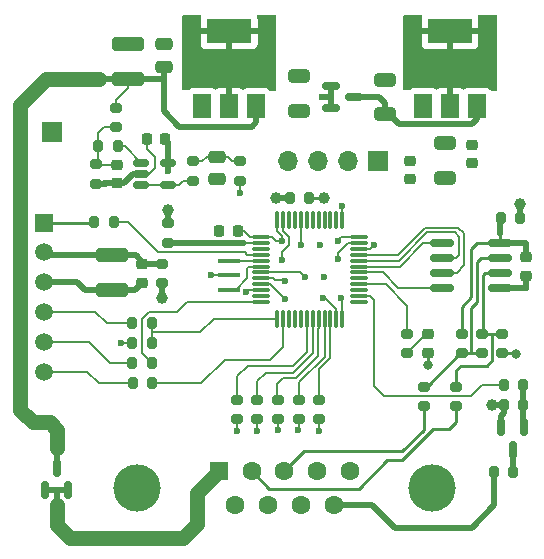
<source format=gtl>
G04 #@! TF.GenerationSoftware,KiCad,Pcbnew,7.0.7-7.0.7~ubuntu22.04.1*
G04 #@! TF.CreationDate,2023-09-20T09:52:15-03:00*
G04 #@! TF.ProjectId,CTB-02,4354422d-3032-42e6-9b69-6361645f7063,rev?*
G04 #@! TF.SameCoordinates,Original*
G04 #@! TF.FileFunction,Copper,L1,Top*
G04 #@! TF.FilePolarity,Positive*
%FSLAX46Y46*%
G04 Gerber Fmt 4.6, Leading zero omitted, Abs format (unit mm)*
G04 Created by KiCad (PCBNEW 7.0.7-7.0.7~ubuntu22.04.1) date 2023-09-20 09:52:15*
%MOMM*%
%LPD*%
G01*
G04 APERTURE LIST*
G04 Aperture macros list*
%AMRoundRect*
0 Rectangle with rounded corners*
0 $1 Rounding radius*
0 $2 $3 $4 $5 $6 $7 $8 $9 X,Y pos of 4 corners*
0 Add a 4 corners polygon primitive as box body*
4,1,4,$2,$3,$4,$5,$6,$7,$8,$9,$2,$3,0*
0 Add four circle primitives for the rounded corners*
1,1,$1+$1,$2,$3*
1,1,$1+$1,$4,$5*
1,1,$1+$1,$6,$7*
1,1,$1+$1,$8,$9*
0 Add four rect primitives between the rounded corners*
20,1,$1+$1,$2,$3,$4,$5,0*
20,1,$1+$1,$4,$5,$6,$7,0*
20,1,$1+$1,$6,$7,$8,$9,0*
20,1,$1+$1,$8,$9,$2,$3,0*%
G04 Aperture macros list end*
G04 #@! TA.AperFunction,SMDPad,CuDef*
%ADD10R,1.900000X0.400000*%
G04 #@! TD*
G04 #@! TA.AperFunction,ComponentPad*
%ADD11R,1.508000X1.508000*%
G04 #@! TD*
G04 #@! TA.AperFunction,ComponentPad*
%ADD12C,1.508000*%
G04 #@! TD*
G04 #@! TA.AperFunction,SMDPad,CuDef*
%ADD13RoundRect,0.150000X0.150000X-0.587500X0.150000X0.587500X-0.150000X0.587500X-0.150000X-0.587500X0*%
G04 #@! TD*
G04 #@! TA.AperFunction,SMDPad,CuDef*
%ADD14RoundRect,0.200000X-0.200000X-0.275000X0.200000X-0.275000X0.200000X0.275000X-0.200000X0.275000X0*%
G04 #@! TD*
G04 #@! TA.AperFunction,SMDPad,CuDef*
%ADD15RoundRect,0.200000X0.200000X0.275000X-0.200000X0.275000X-0.200000X-0.275000X0.200000X-0.275000X0*%
G04 #@! TD*
G04 #@! TA.AperFunction,SMDPad,CuDef*
%ADD16RoundRect,0.200000X0.275000X-0.200000X0.275000X0.200000X-0.275000X0.200000X-0.275000X-0.200000X0*%
G04 #@! TD*
G04 #@! TA.AperFunction,SMDPad,CuDef*
%ADD17RoundRect,0.200000X-0.275000X0.200000X-0.275000X-0.200000X0.275000X-0.200000X0.275000X0.200000X0*%
G04 #@! TD*
G04 #@! TA.AperFunction,SMDPad,CuDef*
%ADD18R,1.500000X2.000000*%
G04 #@! TD*
G04 #@! TA.AperFunction,SMDPad,CuDef*
%ADD19R,3.800000X2.000000*%
G04 #@! TD*
G04 #@! TA.AperFunction,SMDPad,CuDef*
%ADD20RoundRect,0.150000X-0.150000X0.587500X-0.150000X-0.587500X0.150000X-0.587500X0.150000X0.587500X0*%
G04 #@! TD*
G04 #@! TA.AperFunction,SMDPad,CuDef*
%ADD21RoundRect,0.250000X0.650000X-0.325000X0.650000X0.325000X-0.650000X0.325000X-0.650000X-0.325000X0*%
G04 #@! TD*
G04 #@! TA.AperFunction,SMDPad,CuDef*
%ADD22RoundRect,0.225000X0.250000X-0.225000X0.250000X0.225000X-0.250000X0.225000X-0.250000X-0.225000X0*%
G04 #@! TD*
G04 #@! TA.AperFunction,SMDPad,CuDef*
%ADD23RoundRect,0.218750X0.256250X-0.218750X0.256250X0.218750X-0.256250X0.218750X-0.256250X-0.218750X0*%
G04 #@! TD*
G04 #@! TA.AperFunction,SMDPad,CuDef*
%ADD24RoundRect,0.225000X0.225000X0.250000X-0.225000X0.250000X-0.225000X-0.250000X0.225000X-0.250000X0*%
G04 #@! TD*
G04 #@! TA.AperFunction,ComponentPad*
%ADD25R,1.700000X1.700000*%
G04 #@! TD*
G04 #@! TA.AperFunction,ComponentPad*
%ADD26O,1.700000X1.700000*%
G04 #@! TD*
G04 #@! TA.AperFunction,SMDPad,CuDef*
%ADD27RoundRect,0.150000X-0.512500X-0.150000X0.512500X-0.150000X0.512500X0.150000X-0.512500X0.150000X0*%
G04 #@! TD*
G04 #@! TA.AperFunction,SMDPad,CuDef*
%ADD28RoundRect,0.250000X1.100000X-0.325000X1.100000X0.325000X-1.100000X0.325000X-1.100000X-0.325000X0*%
G04 #@! TD*
G04 #@! TA.AperFunction,SMDPad,CuDef*
%ADD29RoundRect,0.250000X0.475000X-0.250000X0.475000X0.250000X-0.475000X0.250000X-0.475000X-0.250000X0*%
G04 #@! TD*
G04 #@! TA.AperFunction,SMDPad,CuDef*
%ADD30RoundRect,0.150000X-0.587500X-0.150000X0.587500X-0.150000X0.587500X0.150000X-0.587500X0.150000X0*%
G04 #@! TD*
G04 #@! TA.AperFunction,ComponentPad*
%ADD31C,4.000000*%
G04 #@! TD*
G04 #@! TA.AperFunction,ComponentPad*
%ADD32R,1.600000X1.600000*%
G04 #@! TD*
G04 #@! TA.AperFunction,ComponentPad*
%ADD33C,1.600000*%
G04 #@! TD*
G04 #@! TA.AperFunction,SMDPad,CuDef*
%ADD34RoundRect,0.225000X-0.250000X0.225000X-0.250000X-0.225000X0.250000X-0.225000X0.250000X0.225000X0*%
G04 #@! TD*
G04 #@! TA.AperFunction,SMDPad,CuDef*
%ADD35RoundRect,0.250000X-0.475000X0.250000X-0.475000X-0.250000X0.475000X-0.250000X0.475000X0.250000X0*%
G04 #@! TD*
G04 #@! TA.AperFunction,SMDPad,CuDef*
%ADD36RoundRect,0.150000X-0.825000X-0.150000X0.825000X-0.150000X0.825000X0.150000X-0.825000X0.150000X0*%
G04 #@! TD*
G04 #@! TA.AperFunction,SMDPad,CuDef*
%ADD37RoundRect,0.250000X-0.650000X0.325000X-0.650000X-0.325000X0.650000X-0.325000X0.650000X0.325000X0*%
G04 #@! TD*
G04 #@! TA.AperFunction,SMDPad,CuDef*
%ADD38RoundRect,0.075000X-0.662500X-0.075000X0.662500X-0.075000X0.662500X0.075000X-0.662500X0.075000X0*%
G04 #@! TD*
G04 #@! TA.AperFunction,SMDPad,CuDef*
%ADD39RoundRect,0.075000X-0.075000X-0.662500X0.075000X-0.662500X0.075000X0.662500X-0.075000X0.662500X0*%
G04 #@! TD*
G04 #@! TA.AperFunction,SMDPad,CuDef*
%ADD40RoundRect,0.250000X-1.100000X0.325000X-1.100000X-0.325000X1.100000X-0.325000X1.100000X0.325000X0*%
G04 #@! TD*
G04 #@! TA.AperFunction,ViaPad*
%ADD41C,0.600000*%
G04 #@! TD*
G04 #@! TA.AperFunction,ViaPad*
%ADD42C,1.000000*%
G04 #@! TD*
G04 #@! TA.AperFunction,ViaPad*
%ADD43C,0.800000*%
G04 #@! TD*
G04 #@! TA.AperFunction,Conductor*
%ADD44C,0.500000*%
G04 #@! TD*
G04 #@! TA.AperFunction,Conductor*
%ADD45C,0.250000*%
G04 #@! TD*
G04 #@! TA.AperFunction,Conductor*
%ADD46C,0.200000*%
G04 #@! TD*
G04 #@! TA.AperFunction,Conductor*
%ADD47C,1.270000*%
G04 #@! TD*
G04 APERTURE END LIST*
D10*
X145300000Y-86900000D03*
X145300000Y-88100000D03*
X145300000Y-89300000D03*
D11*
X129650000Y-83625000D03*
D12*
X129650000Y-86125000D03*
X129650000Y-88625000D03*
X129650000Y-91165000D03*
X129650000Y-93705000D03*
X129650000Y-96245000D03*
D13*
X129750000Y-106287500D03*
X131650000Y-106287500D03*
X130700000Y-104412500D03*
D14*
X133875000Y-83600000D03*
X135525000Y-83600000D03*
D15*
X170225000Y-97412500D03*
X168575000Y-97412500D03*
D16*
X139650000Y-88775000D03*
X139650000Y-87125000D03*
X164500000Y-99175000D03*
X164500000Y-97525000D03*
X168400000Y-94675000D03*
X168400000Y-93025000D03*
D17*
X135750000Y-73925000D03*
X135750000Y-75575000D03*
D14*
X168300000Y-83250000D03*
X169950000Y-83250000D03*
D16*
X161800000Y-99175000D03*
X161800000Y-97525000D03*
D14*
X137112500Y-93812500D03*
X138762500Y-93812500D03*
X134225000Y-77150000D03*
X135875000Y-77150000D03*
D16*
X134000000Y-80325000D03*
X134000000Y-78675000D03*
X160400000Y-94675000D03*
X160400000Y-93025000D03*
D18*
X161700000Y-73750000D03*
X164000000Y-73750000D03*
X166300000Y-73750000D03*
D19*
X164000000Y-67450000D03*
D16*
X165000000Y-94675000D03*
X165000000Y-93025000D03*
D17*
X146250000Y-78425000D03*
X146250000Y-80075000D03*
D20*
X170250000Y-100975000D03*
X168350000Y-100975000D03*
X169300000Y-102850000D03*
D21*
X163600000Y-79875000D03*
X163600000Y-76925000D03*
D22*
X137950000Y-88725000D03*
X137950000Y-87175000D03*
D23*
X162100000Y-94637500D03*
X162100000Y-93062500D03*
D15*
X152075000Y-81550000D03*
X150425000Y-81550000D03*
D18*
X143000000Y-73750000D03*
X145300000Y-73750000D03*
X147600000Y-73750000D03*
D19*
X145300000Y-67450000D03*
D24*
X139875000Y-76550000D03*
X138325000Y-76550000D03*
D22*
X135800000Y-80275000D03*
X135800000Y-78725000D03*
D25*
X130300000Y-75950000D03*
D16*
X142250000Y-80075000D03*
X142250000Y-78425000D03*
D17*
X140150000Y-83675000D03*
X140150000Y-85325000D03*
D25*
X157900000Y-78400000D03*
D26*
X155360000Y-78400000D03*
X152820000Y-78400000D03*
X150280000Y-78400000D03*
D14*
X137112500Y-92162500D03*
X138762500Y-92162500D03*
D16*
X147700000Y-100275000D03*
X147700000Y-98625000D03*
X149400000Y-100275000D03*
X149400000Y-98625000D03*
X151200000Y-100275000D03*
X151200000Y-98625000D03*
D14*
X137137500Y-97250000D03*
X138787500Y-97250000D03*
X168575000Y-99112500D03*
X170225000Y-99112500D03*
D27*
X137862500Y-78550000D03*
X137862500Y-79500000D03*
X137862500Y-80450000D03*
X140137500Y-80450000D03*
X140137500Y-78550000D03*
D28*
X135350000Y-89325000D03*
X135350000Y-86375000D03*
D14*
X137112500Y-95512500D03*
X138762500Y-95512500D03*
D29*
X144250000Y-79950000D03*
X144250000Y-78050000D03*
D30*
X153962500Y-72050000D03*
X153962500Y-73950000D03*
X155837500Y-73000000D03*
D31*
X137490000Y-106089669D03*
X162490000Y-106089669D03*
D32*
X144450000Y-104669669D03*
D33*
X147220000Y-104669669D03*
X149990000Y-104669669D03*
X152760000Y-104669669D03*
X155530000Y-104669669D03*
X145835000Y-107509669D03*
X148605000Y-107509669D03*
X151375000Y-107509669D03*
X154145000Y-107509669D03*
D24*
X146025000Y-84350000D03*
X144475000Y-84350000D03*
D17*
X166700000Y-93025000D03*
X166700000Y-94675000D03*
D34*
X170400000Y-86575000D03*
X170400000Y-88125000D03*
D35*
X139750000Y-68550000D03*
X139750000Y-70450000D03*
D36*
X163325000Y-85345000D03*
X163325000Y-86615000D03*
X163325000Y-87885000D03*
X163325000Y-89155000D03*
X168275000Y-89155000D03*
X168275000Y-87885000D03*
X168275000Y-86615000D03*
X168275000Y-85345000D03*
D15*
X169375000Y-104712500D03*
X167725000Y-104712500D03*
D34*
X160600000Y-78425000D03*
X160600000Y-79975000D03*
D37*
X158500000Y-71525000D03*
X158500000Y-74475000D03*
D22*
X165900000Y-78575000D03*
X165900000Y-77025000D03*
D38*
X147967500Y-84850000D03*
X147967500Y-85350000D03*
X147967500Y-85850000D03*
X147967500Y-86350000D03*
X147967500Y-86850000D03*
X147967500Y-87350000D03*
X147967500Y-87850000D03*
X147967500Y-88350000D03*
X147967500Y-88850000D03*
X147967500Y-89350000D03*
X147967500Y-89850000D03*
X147967500Y-90350000D03*
D39*
X149380000Y-91762500D03*
X149880000Y-91762500D03*
X150380000Y-91762500D03*
X150880000Y-91762500D03*
X151380000Y-91762500D03*
X151880000Y-91762500D03*
X152380000Y-91762500D03*
X152880000Y-91762500D03*
X153380000Y-91762500D03*
X153880000Y-91762500D03*
X154380000Y-91762500D03*
X154880000Y-91762500D03*
D38*
X156292500Y-90350000D03*
X156292500Y-89850000D03*
X156292500Y-89350000D03*
X156292500Y-88850000D03*
X156292500Y-88350000D03*
X156292500Y-87850000D03*
X156292500Y-87350000D03*
X156292500Y-86850000D03*
X156292500Y-86350000D03*
X156292500Y-85850000D03*
X156292500Y-85350000D03*
X156292500Y-84850000D03*
D39*
X154880000Y-83437500D03*
X154380000Y-83437500D03*
X153880000Y-83437500D03*
X153380000Y-83437500D03*
X152880000Y-83437500D03*
X152380000Y-83437500D03*
X151880000Y-83437500D03*
X151380000Y-83437500D03*
X150880000Y-83437500D03*
X150380000Y-83437500D03*
X149880000Y-83437500D03*
X149380000Y-83437500D03*
D37*
X151200000Y-71225000D03*
X151200000Y-74175000D03*
D40*
X136750000Y-68525000D03*
X136750000Y-71475000D03*
D16*
X152900000Y-100275000D03*
X152900000Y-98625000D03*
D17*
X146000000Y-98625000D03*
X146000000Y-100275000D03*
D41*
X163600000Y-76900000D03*
D42*
X169900000Y-82050000D03*
X164000000Y-73800000D03*
D41*
X160600000Y-78450000D03*
D42*
X153300000Y-81550000D03*
D41*
X165900000Y-77000000D03*
D42*
X139650000Y-90000500D03*
D41*
X170400000Y-89150000D03*
D42*
X143000000Y-73800000D03*
D41*
X163600000Y-79850000D03*
X139750000Y-68500000D03*
X149800000Y-86800000D03*
X154500000Y-86700000D03*
D43*
X162100000Y-95650000D03*
D41*
X153000000Y-85500000D03*
D42*
X136800000Y-68550000D03*
X161700000Y-73750000D03*
D41*
X151200000Y-71200000D03*
X147700000Y-101250000D03*
X158500000Y-71500000D03*
X146000000Y-101250000D03*
X160600000Y-80000000D03*
X149400000Y-101200000D03*
X143800000Y-88100000D03*
D43*
X169600000Y-94750000D03*
D42*
X167550000Y-99112500D03*
D41*
X134900000Y-80300000D03*
X165900000Y-78600000D03*
X150000000Y-88550000D03*
X144450000Y-84350000D03*
X136137500Y-93862500D03*
X138325000Y-76550000D03*
X153250000Y-90000000D03*
X144250000Y-80000000D03*
D42*
X147500000Y-71250000D03*
D41*
X153962500Y-73037500D03*
D42*
X145300000Y-73750000D03*
X146000000Y-71250000D03*
X143000000Y-69750000D03*
D41*
X151250000Y-74250000D03*
D42*
X147500000Y-69750000D03*
X146000000Y-69750000D03*
D41*
X153200000Y-73000000D03*
D42*
X144500000Y-71250000D03*
X143000000Y-71250000D03*
X144500000Y-69750000D03*
D41*
X157600000Y-85500000D03*
X154880000Y-82200000D03*
X146749502Y-89498911D03*
X146250000Y-81100000D03*
D42*
X140150000Y-82600000D03*
D41*
X140150000Y-79300000D03*
X151150000Y-101200000D03*
X152900000Y-101250000D03*
X151350000Y-85500000D03*
X151700000Y-88250000D03*
D42*
X149300000Y-81550000D03*
D41*
X150000000Y-90100000D03*
X154800000Y-90000000D03*
X154500000Y-85150000D03*
X149800000Y-85200000D03*
X153350000Y-88250000D03*
D44*
X139650000Y-88775000D02*
X139650000Y-90000500D01*
D45*
X152150000Y-81550000D02*
X153300000Y-81550000D01*
D44*
X169950000Y-82100000D02*
X169900000Y-82050000D01*
X169950000Y-83250000D02*
X169950000Y-82100000D01*
X168275000Y-89155000D02*
X170400000Y-89150000D01*
X168575000Y-99112500D02*
X167550000Y-99112500D01*
D45*
X169525000Y-94675000D02*
X169600000Y-94750000D01*
D44*
X137350000Y-89325000D02*
X137950000Y-88725000D01*
D46*
X137112500Y-93812500D02*
X136187500Y-93812500D01*
X149400000Y-100325000D02*
X149400000Y-101200000D01*
X153400000Y-90000000D02*
X153250000Y-90000000D01*
X139050000Y-79000000D02*
X139050000Y-78100000D01*
D44*
X135350000Y-89325000D02*
X137350000Y-89325000D01*
D45*
X168400000Y-94675000D02*
X169525000Y-94675000D01*
D46*
X155350000Y-85350000D02*
X154500000Y-86200000D01*
D44*
X168350000Y-100975000D02*
X168350000Y-100012500D01*
X134925000Y-80275000D02*
X134900000Y-80300000D01*
D46*
X149880000Y-84314994D02*
X150399511Y-84834505D01*
X147700000Y-100350000D02*
X147700000Y-101250000D01*
D44*
X132425000Y-88625000D02*
X129650000Y-88625000D01*
D46*
X149400000Y-100312500D02*
X149400000Y-100325000D01*
X156292500Y-85350000D02*
X155350000Y-85350000D01*
X150399511Y-85500489D02*
X149800000Y-86100000D01*
X149880000Y-83437500D02*
X149880000Y-84314994D01*
D44*
X168600000Y-99762500D02*
X168600000Y-99137500D01*
D46*
X137862500Y-79500000D02*
X138550000Y-79500000D01*
X136187500Y-93812500D02*
X136137500Y-93862500D01*
D44*
X136375000Y-80275000D02*
X135800000Y-80275000D01*
X137862500Y-79500000D02*
X137150000Y-79500000D01*
X134000000Y-80325000D02*
X134875000Y-80325000D01*
D46*
X154380000Y-90980000D02*
X153400000Y-90000000D01*
X139050000Y-78100000D02*
X138325000Y-77375000D01*
X138325000Y-77375000D02*
X138325000Y-76550000D01*
D44*
X168600000Y-99137500D02*
X168575000Y-99112500D01*
X134875000Y-80325000D02*
X134900000Y-80300000D01*
D46*
X149200000Y-88500000D02*
X150000000Y-88500000D01*
D45*
X162100000Y-94637500D02*
X162100000Y-95650000D01*
D46*
X149050000Y-88350000D02*
X149200000Y-88500000D01*
X145300000Y-88100000D02*
X143800000Y-88100000D01*
X150399511Y-84834505D02*
X150399511Y-85500489D01*
X146000000Y-100275000D02*
X146000000Y-101250000D01*
D44*
X168350000Y-100012500D02*
X168600000Y-99762500D01*
X137150000Y-79500000D02*
X136375000Y-80275000D01*
D46*
X138550000Y-79500000D02*
X139050000Y-79000000D01*
X149800000Y-86100000D02*
X149800000Y-86800000D01*
X154380000Y-91762500D02*
X154380000Y-90980000D01*
D44*
X170400000Y-89150000D02*
X170400000Y-88125000D01*
X135800000Y-80275000D02*
X134925000Y-80275000D01*
D46*
X154500000Y-86200000D02*
X154500000Y-86675000D01*
X147967500Y-88350000D02*
X149050000Y-88350000D01*
D44*
X133125000Y-89325000D02*
X132425000Y-88625000D01*
X135350000Y-89325000D02*
X133125000Y-89325000D01*
X153962500Y-72050000D02*
X153962500Y-73037500D01*
X153200000Y-73000000D02*
X153925000Y-73000000D01*
X153925000Y-73000000D02*
X153962500Y-73037500D01*
X153962500Y-73037500D02*
X153962500Y-73950000D01*
X139775000Y-71475000D02*
X139775000Y-74175000D01*
D46*
X136750000Y-72250000D02*
X136750000Y-71475000D01*
D44*
X134250000Y-71500000D02*
X136725000Y-71500000D01*
D47*
X128700000Y-100550000D02*
X127635000Y-99485000D01*
X127635000Y-73665000D02*
X129800000Y-71500000D01*
D44*
X139750000Y-71450000D02*
X139775000Y-71475000D01*
D47*
X127635000Y-99485000D02*
X127635000Y-73665000D01*
D44*
X136725000Y-71500000D02*
X136750000Y-71475000D01*
D47*
X130700000Y-102750000D02*
X130700000Y-101150000D01*
X130100000Y-100550000D02*
X128700000Y-100550000D01*
D44*
X136750000Y-71475000D02*
X139775000Y-71475000D01*
D47*
X130700000Y-101150000D02*
X130100000Y-100550000D01*
D44*
X139750000Y-70450000D02*
X139750000Y-71450000D01*
D47*
X129800000Y-71500000D02*
X134250000Y-71500000D01*
D44*
X147200000Y-75500000D02*
X147600000Y-75100000D01*
D46*
X135750000Y-73250000D02*
X136750000Y-72250000D01*
D44*
X147600000Y-75100000D02*
X147600000Y-73750000D01*
X130700000Y-102750000D02*
X130700000Y-104412500D01*
X139775000Y-74175000D02*
X141100000Y-75500000D01*
X141100000Y-75500000D02*
X147200000Y-75500000D01*
D46*
X135750000Y-73925000D02*
X135750000Y-73250000D01*
X134050000Y-78725000D02*
X134000000Y-78675000D01*
X134225000Y-77150000D02*
X134225000Y-78450000D01*
X134225000Y-78450000D02*
X134000000Y-78675000D01*
X135750000Y-75575000D02*
X135675000Y-75500000D01*
X135800000Y-78725000D02*
X134050000Y-78725000D01*
X134225000Y-76025000D02*
X134225000Y-77150000D01*
X134750000Y-75500000D02*
X134225000Y-76025000D01*
X135675000Y-75500000D02*
X134750000Y-75500000D01*
X156292500Y-85850000D02*
X157250000Y-85850000D01*
X157250000Y-85850000D02*
X157600000Y-85500000D01*
X154880000Y-83437500D02*
X154880000Y-82200000D01*
D45*
X163950000Y-101100000D02*
X164500000Y-100550000D01*
X164500000Y-100550000D02*
X164500000Y-99175000D01*
X148700331Y-106150000D02*
X156300000Y-106150000D01*
X147220000Y-104669669D02*
X148700331Y-106150000D01*
X158700000Y-103750000D02*
X159950000Y-103750000D01*
X156300000Y-106150000D02*
X158700000Y-103750000D01*
X162600000Y-101100000D02*
X163950000Y-101100000D01*
X159950000Y-103750000D02*
X162600000Y-101100000D01*
X151659669Y-103000000D02*
X159950000Y-103000000D01*
X149990000Y-104669669D02*
X151659669Y-103000000D01*
X159950000Y-103000000D02*
X161800000Y-101150000D01*
X161800000Y-101150000D02*
X161800000Y-99175000D01*
D44*
X140175000Y-85350000D02*
X140150000Y-85325000D01*
D46*
X147967500Y-85350000D02*
X146600000Y-85350000D01*
D44*
X146600000Y-85350000D02*
X140175000Y-85350000D01*
D46*
X145200000Y-78050000D02*
X144250000Y-78050000D01*
X142250000Y-78425000D02*
X143025000Y-78425000D01*
X146250000Y-78425000D02*
X145575000Y-78425000D01*
X143025000Y-78425000D02*
X143400000Y-78050000D01*
X143400000Y-78050000D02*
X144250000Y-78050000D01*
X145575000Y-78425000D02*
X145200000Y-78050000D01*
X147967500Y-89350000D02*
X146898413Y-89350000D01*
X146250000Y-80075000D02*
X146250000Y-81100000D01*
X146898413Y-89350000D02*
X146749502Y-89498911D01*
X156292500Y-87850000D02*
X158300000Y-87850000D01*
X159605000Y-89155000D02*
X163325000Y-89155000D01*
X158300000Y-87850000D02*
X159605000Y-89155000D01*
X156292500Y-87350000D02*
X159731372Y-87350000D01*
X159731372Y-87350000D02*
X161731372Y-85350000D01*
X161731372Y-85350000D02*
X163325000Y-85345000D01*
X159665686Y-86850000D02*
X162065686Y-84450000D01*
X164800000Y-86400480D02*
X164550480Y-86650000D01*
X164400000Y-84450000D02*
X164800000Y-84850000D01*
X164550480Y-86650000D02*
X163360000Y-86650000D01*
X164800000Y-84850000D02*
X164800000Y-86400480D01*
X156292500Y-86850000D02*
X159665686Y-86850000D01*
X163360000Y-86650000D02*
X163325000Y-86615000D01*
X162065686Y-84450000D02*
X164400000Y-84450000D01*
X161900000Y-84050000D02*
X164700240Y-84050000D01*
X165200000Y-87250000D02*
X164565000Y-87885000D01*
X156292500Y-86350000D02*
X159600000Y-86350000D01*
X164700240Y-84050000D02*
X165200000Y-84549760D01*
X164565000Y-87885000D02*
X163325000Y-87885000D01*
X159600000Y-86350000D02*
X161900000Y-84050000D01*
X165200000Y-84549760D02*
X165200000Y-87250000D01*
D44*
X140137500Y-76812500D02*
X139875000Y-76550000D01*
X140137500Y-79287500D02*
X140150000Y-79300000D01*
X140137500Y-78550000D02*
X140137500Y-79287500D01*
X140137500Y-78550000D02*
X140137500Y-76812500D01*
X140150000Y-83675000D02*
X140150000Y-82600000D01*
X158500000Y-73500000D02*
X158500000Y-74475000D01*
X158875000Y-74475000D02*
X159700000Y-75300000D01*
X165900000Y-75300000D02*
X166300000Y-74900000D01*
X166300000Y-74900000D02*
X166300000Y-73750000D01*
X158000000Y-73000000D02*
X158500000Y-73500000D01*
X158500000Y-74475000D02*
X158875000Y-74475000D01*
X159700000Y-75300000D02*
X165900000Y-75300000D01*
X155837500Y-73000000D02*
X158000000Y-73000000D01*
X137375000Y-86375000D02*
X135350000Y-86375000D01*
D46*
X138000000Y-87125000D02*
X137950000Y-87175000D01*
D44*
X137950000Y-86950000D02*
X137375000Y-86375000D01*
X139650000Y-87125000D02*
X138000000Y-87125000D01*
D46*
X137950000Y-87175000D02*
X137950000Y-86950000D01*
D44*
X135350000Y-86375000D02*
X129900000Y-86375000D01*
X129900000Y-86375000D02*
X129650000Y-86125000D01*
D46*
X151200000Y-101150000D02*
X151150000Y-101200000D01*
X151200000Y-100325000D02*
X151200000Y-101150000D01*
X152900000Y-100325000D02*
X152900000Y-101250000D01*
X162100000Y-93062500D02*
X162012500Y-93062500D01*
X162012500Y-93062500D02*
X160400000Y-94675000D01*
D44*
X157409669Y-107509669D02*
X154145000Y-107509669D01*
X167725000Y-104712500D02*
X167725000Y-107575000D01*
X159350000Y-109450000D02*
X157409669Y-107509669D01*
X165850000Y-109450000D02*
X159350000Y-109450000D01*
X167725000Y-107575000D02*
X165850000Y-109450000D01*
D46*
X134250000Y-97250000D02*
X133250000Y-96250000D01*
X133250000Y-96250000D02*
X129655000Y-96250000D01*
X129655000Y-96250000D02*
X129650000Y-96245000D01*
X137137500Y-97250000D02*
X134250000Y-97250000D01*
X137137500Y-97412500D02*
X137082500Y-97357500D01*
X135212500Y-95512500D02*
X137112500Y-95512500D01*
X129650000Y-93705000D02*
X133405000Y-93705000D01*
X133405000Y-93705000D02*
X135212500Y-95512500D01*
X133965000Y-91165000D02*
X129650000Y-91165000D01*
X137107500Y-92157500D02*
X137112500Y-92162500D01*
X134962500Y-92162500D02*
X133965000Y-91165000D01*
X137112500Y-92162500D02*
X134962500Y-92162500D01*
D45*
X133850000Y-83625000D02*
X129650000Y-83625000D01*
X133875000Y-83600000D02*
X133850000Y-83625000D01*
D46*
X151880000Y-91762500D02*
X151880000Y-94570000D01*
X150700000Y-95750000D02*
X146900000Y-95750000D01*
X146000000Y-96650000D02*
X146000000Y-98750000D01*
X151880000Y-94570000D02*
X150700000Y-95750000D01*
X146900000Y-95750000D02*
X146000000Y-96650000D01*
X152380000Y-94670000D02*
X150700000Y-96350000D01*
X150700000Y-96350000D02*
X148400000Y-96350000D01*
X152380000Y-91762500D02*
X152380000Y-94670000D01*
X147700000Y-97050000D02*
X147700000Y-98700000D01*
X148400000Y-96350000D02*
X147700000Y-97050000D01*
X149375000Y-97275000D02*
X149375000Y-98700000D01*
X152850000Y-92559651D02*
X152850000Y-94900000D01*
X152880000Y-92529651D02*
X152850000Y-92559651D01*
X149375000Y-98700000D02*
X149400000Y-98675000D01*
X149850000Y-96800000D02*
X149375000Y-97275000D01*
X152880000Y-91762500D02*
X152880000Y-92529651D01*
X152850000Y-94900000D02*
X150950000Y-96800000D01*
X150950000Y-96800000D02*
X149850000Y-96800000D01*
D44*
X169300000Y-104637500D02*
X169375000Y-104712500D01*
X169300000Y-102850000D02*
X169300000Y-104637500D01*
X170225000Y-97412500D02*
X170225000Y-99112500D01*
X170225000Y-99112500D02*
X170225000Y-100950000D01*
X170225000Y-100950000D02*
X170250000Y-100975000D01*
D46*
X153380000Y-94970000D02*
X151200000Y-97150000D01*
X153380000Y-91762500D02*
X153380000Y-94970000D01*
X151200000Y-97150000D02*
X151200000Y-98625000D01*
X137862500Y-78550000D02*
X136462500Y-77150000D01*
X136462500Y-77150000D02*
X135875000Y-77150000D01*
X137862500Y-80450000D02*
X140137500Y-80450000D01*
X141425000Y-80075000D02*
X142250000Y-80075000D01*
X141050000Y-80450000D02*
X141425000Y-80075000D01*
X140137500Y-80450000D02*
X141050000Y-80450000D01*
X152900000Y-96050000D02*
X152900000Y-98625000D01*
X153880000Y-91762500D02*
X153880000Y-95070000D01*
X153880000Y-95070000D02*
X152900000Y-96050000D01*
D45*
X167500000Y-93025000D02*
X167550000Y-93075000D01*
X166766624Y-92958376D02*
X166700000Y-93025000D01*
X164500000Y-96150000D02*
X164500000Y-97525000D01*
X166965000Y-87885000D02*
X168275000Y-87885000D01*
X167550000Y-95300000D02*
X167100000Y-95750000D01*
X166766624Y-88083376D02*
X166965000Y-87885000D01*
X164900000Y-95750000D02*
X164500000Y-96150000D01*
X167100000Y-95750000D02*
X164900000Y-95750000D01*
X167550000Y-93075000D02*
X167550000Y-95300000D01*
X166700000Y-93025000D02*
X167500000Y-93025000D01*
X167500000Y-93025000D02*
X168400000Y-93025000D01*
X166766624Y-92958376D02*
X166766624Y-88083376D01*
D46*
X151380000Y-83437500D02*
X151380000Y-85470000D01*
X151380000Y-85470000D02*
X151350000Y-85500000D01*
X149880000Y-94170000D02*
X149880000Y-91762500D01*
X148800000Y-95250000D02*
X149880000Y-94170000D01*
X144950000Y-95250000D02*
X148800000Y-95250000D01*
X138787500Y-97250000D02*
X142950000Y-97250000D01*
X142950000Y-97250000D02*
X144950000Y-95250000D01*
X151300000Y-87850000D02*
X151700000Y-88250000D01*
X147967500Y-87850000D02*
X151300000Y-87850000D01*
X165800000Y-98350000D02*
X166737500Y-97412500D01*
X157250000Y-89850000D02*
X157550000Y-90150000D01*
X158400000Y-98350000D02*
X165800000Y-98350000D01*
X166737500Y-97412500D02*
X168575000Y-97412500D01*
X157550000Y-97500000D02*
X158400000Y-98350000D01*
X157550000Y-90150000D02*
X157550000Y-97500000D01*
X156292500Y-89850000D02*
X157250000Y-89850000D01*
X138762500Y-92162500D02*
X138762500Y-93812500D01*
X138825000Y-92900000D02*
X142850000Y-92900000D01*
X143987500Y-91762500D02*
X149380000Y-91762500D01*
X142850000Y-92900000D02*
X143987500Y-91762500D01*
X137937500Y-94687500D02*
X137937500Y-91805393D01*
X141750000Y-90350000D02*
X147967500Y-90350000D01*
X138542893Y-91200000D02*
X140900000Y-91200000D01*
X140900000Y-91200000D02*
X141750000Y-90350000D01*
X137937500Y-91805393D02*
X138542893Y-91200000D01*
X138762500Y-95512500D02*
X137937500Y-94687500D01*
X146800000Y-87500000D02*
X146800000Y-88350000D01*
X145850000Y-89300000D02*
X145300000Y-89300000D01*
X146950000Y-87350000D02*
X146800000Y-87500000D01*
X146800000Y-88350000D02*
X145850000Y-89300000D01*
X147967500Y-87350000D02*
X146950000Y-87350000D01*
X147917500Y-86900000D02*
X145300000Y-86900000D01*
X147967500Y-86850000D02*
X147917500Y-86900000D01*
X160400000Y-90650000D02*
X158600000Y-88850000D01*
X160400000Y-93025000D02*
X160400000Y-90650000D01*
X158600000Y-88850000D02*
X156292500Y-88850000D01*
X136750000Y-83600000D02*
X139300000Y-86150000D01*
X139300000Y-86150000D02*
X146650000Y-86150000D01*
X146850000Y-86350000D02*
X147967500Y-86350000D01*
X146650000Y-86150000D02*
X146850000Y-86350000D01*
X135525000Y-83600000D02*
X136750000Y-83600000D01*
D45*
X165000000Y-93025000D02*
X165000000Y-90750000D01*
X165800000Y-85850000D02*
X166305000Y-85345000D01*
X165000000Y-90750000D02*
X165800000Y-89950000D01*
D44*
X170395000Y-85345000D02*
X170400000Y-85350000D01*
X168275000Y-83275000D02*
X168275000Y-84575000D01*
D45*
X165800000Y-89950000D02*
X165800000Y-85850000D01*
D44*
X170400000Y-86575000D02*
X170400000Y-85350000D01*
X168275000Y-85345000D02*
X170395000Y-85345000D01*
D45*
X168275000Y-85345000D02*
X168275000Y-84575000D01*
D44*
X168300000Y-83250000D02*
X168275000Y-83275000D01*
D45*
X166305000Y-85345000D02*
X168275000Y-85345000D01*
D46*
X156292500Y-84850000D02*
X154775000Y-84850000D01*
X154880000Y-90080000D02*
X154800000Y-90000000D01*
X149380000Y-84380000D02*
X149750000Y-84750000D01*
X147967500Y-84850000D02*
X148900000Y-84850000D01*
X149750000Y-84750000D02*
X149750000Y-85250000D01*
X148750000Y-88850000D02*
X150000000Y-90100000D01*
X148900000Y-84850000D02*
X149250000Y-85200000D01*
X154775000Y-84850000D02*
X154500000Y-85125000D01*
X147050000Y-84850000D02*
X146550000Y-84350000D01*
X147967500Y-84850000D02*
X147050000Y-84850000D01*
X154880000Y-91762500D02*
X154880000Y-90080000D01*
X149380000Y-83437500D02*
X149380000Y-84380000D01*
X146550000Y-84350000D02*
X146025000Y-84350000D01*
X147967500Y-88850000D02*
X148750000Y-88850000D01*
D44*
X150425000Y-81550000D02*
X149300000Y-81550000D01*
D46*
X149250000Y-85200000D02*
X149800000Y-85200000D01*
D44*
X130700000Y-107550000D02*
X130700000Y-106250000D01*
D47*
X131800000Y-110350000D02*
X141400000Y-110350000D01*
X142600000Y-109150000D02*
X142600000Y-106519669D01*
X142600000Y-106519669D02*
X144450000Y-104669669D01*
D44*
X129787500Y-106250000D02*
X129750000Y-106287500D01*
D47*
X130700000Y-109250000D02*
X130700000Y-107550000D01*
D44*
X131650000Y-106287500D02*
X131612500Y-106250000D01*
D47*
X130700000Y-109250000D02*
X131800000Y-110350000D01*
D44*
X131612500Y-106250000D02*
X129787500Y-106250000D01*
D47*
X141400000Y-110350000D02*
X142600000Y-109150000D01*
D45*
X166300000Y-86950000D02*
X166635000Y-86615000D01*
X165800000Y-94675000D02*
X165800000Y-90850000D01*
X165000000Y-94675000D02*
X164875000Y-94675000D01*
X165800000Y-94675000D02*
X165000000Y-94675000D01*
X166635000Y-86615000D02*
X168275000Y-86615000D01*
X162025000Y-97525000D02*
X161800000Y-97525000D01*
X166300000Y-90350000D02*
X166300000Y-86950000D01*
X164875000Y-94675000D02*
X162025000Y-97525000D01*
X166700000Y-94675000D02*
X165800000Y-94675000D01*
X165800000Y-90850000D02*
X166300000Y-90350000D01*
G04 #@! TA.AperFunction,Conductor*
G36*
X161595333Y-66065502D02*
G01*
X161641826Y-66119158D01*
X161651930Y-66189432D01*
X161645268Y-66215533D01*
X161598505Y-66340907D01*
X161592000Y-66401402D01*
X161592000Y-67196000D01*
X166408000Y-67196000D01*
X166408000Y-66401414D01*
X166407999Y-66401402D01*
X166401494Y-66340907D01*
X166354732Y-66215533D01*
X166349667Y-66144717D01*
X166383692Y-66082405D01*
X166446004Y-66048380D01*
X166472788Y-66045500D01*
X167874000Y-66045500D01*
X167942121Y-66065502D01*
X167988614Y-66119158D01*
X168000000Y-66171500D01*
X168000000Y-72374000D01*
X167979998Y-72442121D01*
X167926342Y-72488614D01*
X167874000Y-72500000D01*
X167561118Y-72500000D01*
X167492997Y-72479998D01*
X167460250Y-72449509D01*
X167459891Y-72449030D01*
X167452173Y-72438720D01*
X167413261Y-72386738D01*
X167296207Y-72299112D01*
X167296202Y-72299110D01*
X167159204Y-72248011D01*
X167159196Y-72248009D01*
X167098649Y-72241500D01*
X167098638Y-72241500D01*
X165501362Y-72241500D01*
X165501350Y-72241500D01*
X165440803Y-72248009D01*
X165440795Y-72248011D01*
X165303797Y-72299110D01*
X165303793Y-72299112D01*
X165225090Y-72358028D01*
X165158570Y-72382838D01*
X165089196Y-72367746D01*
X165074073Y-72358027D01*
X164995965Y-72299555D01*
X164859093Y-72248505D01*
X164798597Y-72242000D01*
X164254000Y-72242000D01*
X164254000Y-72900000D01*
X163746000Y-72900000D01*
X163746000Y-72242000D01*
X163201402Y-72242000D01*
X163140906Y-72248505D01*
X163004035Y-72299555D01*
X162925924Y-72358028D01*
X162859404Y-72382838D01*
X162790030Y-72367746D01*
X162774907Y-72358027D01*
X162696207Y-72299112D01*
X162696202Y-72299110D01*
X162559204Y-72248011D01*
X162559196Y-72248009D01*
X162498649Y-72241500D01*
X162498638Y-72241500D01*
X160901362Y-72241500D01*
X160901350Y-72241500D01*
X160840803Y-72248009D01*
X160840795Y-72248011D01*
X160703797Y-72299110D01*
X160703792Y-72299112D01*
X160602596Y-72374868D01*
X160536076Y-72399679D01*
X160527087Y-72400000D01*
X160126000Y-72400000D01*
X160057879Y-72379998D01*
X160011386Y-72326342D01*
X160000000Y-72274000D01*
X160000000Y-67704000D01*
X161592000Y-67704000D01*
X161592000Y-68498597D01*
X161598505Y-68559093D01*
X161649555Y-68695964D01*
X161649555Y-68695965D01*
X161737095Y-68812904D01*
X161854034Y-68900444D01*
X161990906Y-68951494D01*
X162051402Y-68957999D01*
X162051415Y-68958000D01*
X163746000Y-68958000D01*
X163746000Y-67704000D01*
X164254000Y-67704000D01*
X164254000Y-68958000D01*
X165948585Y-68958000D01*
X165948597Y-68957999D01*
X166009093Y-68951494D01*
X166145964Y-68900444D01*
X166145965Y-68900444D01*
X166262904Y-68812904D01*
X166350444Y-68695965D01*
X166350444Y-68695964D01*
X166401494Y-68559093D01*
X166407999Y-68498597D01*
X166408000Y-68498585D01*
X166408000Y-67704000D01*
X164254000Y-67704000D01*
X163746000Y-67704000D01*
X161592000Y-67704000D01*
X160000000Y-67704000D01*
X160000000Y-66171500D01*
X160020002Y-66103379D01*
X160073658Y-66056886D01*
X160126000Y-66045500D01*
X161527212Y-66045500D01*
X161595333Y-66065502D01*
G37*
G04 #@! TD.AperFunction*
G04 #@! TA.AperFunction,Conductor*
G36*
X142895333Y-66065502D02*
G01*
X142941826Y-66119158D01*
X142951930Y-66189432D01*
X142945268Y-66215533D01*
X142898505Y-66340907D01*
X142892000Y-66401402D01*
X142892000Y-67196000D01*
X147708000Y-67196000D01*
X147708000Y-66401414D01*
X147707999Y-66401402D01*
X147701494Y-66340907D01*
X147654732Y-66215533D01*
X147649667Y-66144717D01*
X147683692Y-66082405D01*
X147746004Y-66048380D01*
X147772788Y-66045500D01*
X149174000Y-66045500D01*
X149242121Y-66065502D01*
X149288614Y-66119158D01*
X149300000Y-66171500D01*
X149300000Y-72374000D01*
X149279998Y-72442121D01*
X149226342Y-72488614D01*
X149174000Y-72500000D01*
X148861118Y-72500000D01*
X148792997Y-72479998D01*
X148760250Y-72449509D01*
X148713261Y-72386738D01*
X148596207Y-72299112D01*
X148596202Y-72299110D01*
X148459204Y-72248011D01*
X148459196Y-72248009D01*
X148398649Y-72241500D01*
X148398638Y-72241500D01*
X146801362Y-72241500D01*
X146801350Y-72241500D01*
X146740803Y-72248009D01*
X146740795Y-72248011D01*
X146603797Y-72299110D01*
X146603793Y-72299112D01*
X146525090Y-72358028D01*
X146458570Y-72382838D01*
X146389196Y-72367746D01*
X146374073Y-72358027D01*
X146295965Y-72299555D01*
X146159093Y-72248505D01*
X146098597Y-72242000D01*
X145554000Y-72242000D01*
X145554000Y-72900000D01*
X145046000Y-72900000D01*
X145046000Y-72242000D01*
X144501402Y-72242000D01*
X144440906Y-72248505D01*
X144304035Y-72299555D01*
X144225924Y-72358028D01*
X144159404Y-72382838D01*
X144090030Y-72367746D01*
X144074907Y-72358027D01*
X143996207Y-72299112D01*
X143996202Y-72299110D01*
X143859204Y-72248011D01*
X143859196Y-72248009D01*
X143798649Y-72241500D01*
X143798638Y-72241500D01*
X142201362Y-72241500D01*
X142201350Y-72241500D01*
X142140803Y-72248009D01*
X142140795Y-72248011D01*
X142003797Y-72299110D01*
X142003792Y-72299112D01*
X141902596Y-72374868D01*
X141836076Y-72399679D01*
X141827087Y-72400000D01*
X141426000Y-72400000D01*
X141357879Y-72379998D01*
X141311386Y-72326342D01*
X141300000Y-72274000D01*
X141300000Y-67704000D01*
X142892000Y-67704000D01*
X142892000Y-68498597D01*
X142898505Y-68559093D01*
X142949555Y-68695964D01*
X142949555Y-68695965D01*
X143037095Y-68812904D01*
X143154034Y-68900444D01*
X143290906Y-68951494D01*
X143351402Y-68957999D01*
X143351415Y-68958000D01*
X145046000Y-68958000D01*
X145046000Y-67704000D01*
X145554000Y-67704000D01*
X145554000Y-68958000D01*
X147248585Y-68958000D01*
X147248597Y-68957999D01*
X147309093Y-68951494D01*
X147445964Y-68900444D01*
X147445965Y-68900444D01*
X147562904Y-68812904D01*
X147650444Y-68695965D01*
X147650444Y-68695964D01*
X147701494Y-68559093D01*
X147707999Y-68498597D01*
X147708000Y-68498585D01*
X147708000Y-67704000D01*
X145554000Y-67704000D01*
X145046000Y-67704000D01*
X142892000Y-67704000D01*
X141300000Y-67704000D01*
X141300000Y-66171500D01*
X141320002Y-66103379D01*
X141373658Y-66056886D01*
X141426000Y-66045500D01*
X142827212Y-66045500D01*
X142895333Y-66065502D01*
G37*
G04 #@! TD.AperFunction*
M02*

</source>
